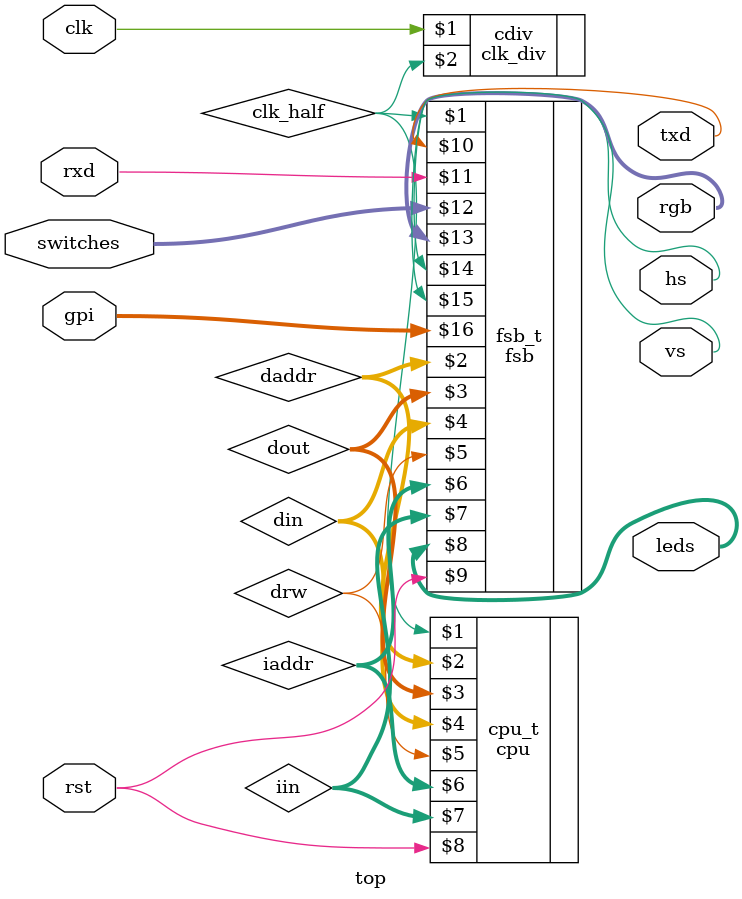
<source format=v>
/*
David Fritz

top level module for mips design

2.6.2010
*/

module top(clk,leds,rst,txd,rxd,switches,rgb,hs,vs,gpi);
	input clk;
	output [7:0] leds;
	input rst,rxd;
	output txd;
	input [3:0] switches;
	output [2:0] rgb;
	output hs,vs;
	input [7:0] gpi;
	
	wire [31:0] daddr, dout, din, iaddr, iin;
	wire drw;

	/* clock signals */
	wire clk_half;
	clk_div cdiv(clk,clk_half);

	cpu cpu_t(clk_half, daddr, dout, din, drw, iaddr, iin, rst);
	fsb fsb_t(clk_half, daddr, dout, din, drw, iaddr, iin, leds, rst, txd, rxd, switches, rgb, hs, vs, gpi);
endmodule
	


</source>
